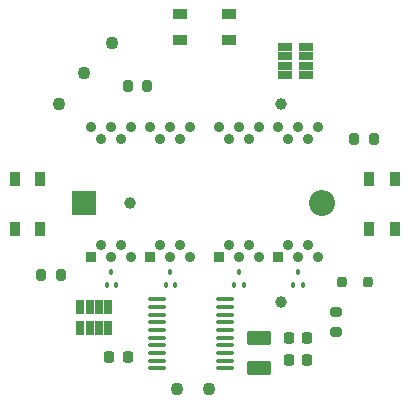
<source format=gbr>
%TF.GenerationSoftware,KiCad,Pcbnew,8.0.1*%
%TF.CreationDate,2024-12-08T15:20:27+09:00*%
%TF.ProjectId,watch,77617463-682e-46b6-9963-61645f706362,rev?*%
%TF.SameCoordinates,Original*%
%TF.FileFunction,Soldermask,Top*%
%TF.FilePolarity,Negative*%
%FSLAX46Y46*%
G04 Gerber Fmt 4.6, Leading zero omitted, Abs format (unit mm)*
G04 Created by KiCad (PCBNEW 8.0.1) date 2024-12-08 15:20:27*
%MOMM*%
%LPD*%
G01*
G04 APERTURE LIST*
G04 Aperture macros list*
%AMRoundRect*
0 Rectangle with rounded corners*
0 $1 Rounding radius*
0 $2 $3 $4 $5 $6 $7 $8 $9 X,Y pos of 4 corners*
0 Add a 4 corners polygon primitive as box body*
4,1,4,$2,$3,$4,$5,$6,$7,$8,$9,$2,$3,0*
0 Add four circle primitives for the rounded corners*
1,1,$1+$1,$2,$3*
1,1,$1+$1,$4,$5*
1,1,$1+$1,$6,$7*
1,1,$1+$1,$8,$9*
0 Add four rect primitives between the rounded corners*
20,1,$1+$1,$2,$3,$4,$5,0*
20,1,$1+$1,$4,$5,$6,$7,0*
20,1,$1+$1,$6,$7,$8,$9,0*
20,1,$1+$1,$8,$9,$2,$3,0*%
G04 Aperture macros list end*
%ADD10RoundRect,0.200000X-0.200000X-0.275000X0.200000X-0.275000X0.200000X0.275000X-0.200000X0.275000X0*%
%ADD11RoundRect,0.225000X-0.225000X-0.250000X0.225000X-0.250000X0.225000X0.250000X-0.225000X0.250000X0*%
%ADD12RoundRect,0.051380X-0.535620X-0.315620X0.535620X-0.315620X0.535620X0.315620X-0.535620X0.315620X0*%
%ADD13RoundRect,0.051380X0.535620X0.315620X-0.535620X0.315620X-0.535620X-0.315620X0.535620X-0.315620X0*%
%ADD14RoundRect,0.100000X0.100000X-0.125000X0.100000X0.125000X-0.100000X0.125000X-0.100000X-0.125000X0*%
%ADD15R,0.900000X0.900000*%
%ADD16C,0.900000*%
%ADD17RoundRect,0.102000X-0.525000X-0.325000X0.525000X-0.325000X0.525000X0.325000X-0.525000X0.325000X0*%
%ADD18RoundRect,0.200000X0.200000X0.250000X-0.200000X0.250000X-0.200000X-0.250000X0.200000X-0.250000X0*%
%ADD19RoundRect,0.102000X0.325000X-0.525000X0.325000X0.525000X-0.325000X0.525000X-0.325000X-0.525000X0*%
%ADD20RoundRect,0.200000X-0.275000X0.200000X-0.275000X-0.200000X0.275000X-0.200000X0.275000X0.200000X0*%
%ADD21RoundRect,0.100000X0.637500X0.100000X-0.637500X0.100000X-0.637500X-0.100000X0.637500X-0.100000X0*%
%ADD22RoundRect,0.102000X-0.900000X0.500000X-0.900000X-0.500000X0.900000X-0.500000X0.900000X0.500000X0*%
%ADD23RoundRect,0.051380X-0.315620X0.535620X-0.315620X-0.535620X0.315620X-0.535620X0.315620X0.535620X0*%
%ADD24RoundRect,0.051380X0.315620X-0.535620X0.315620X0.535620X-0.315620X0.535620X-0.315620X-0.535620X0*%
%ADD25C,1.000000*%
%ADD26R,2.000000X2.000000*%
%ADD27O,2.200000X2.200000*%
%ADD28C,1.100000*%
G04 APERTURE END LIST*
D10*
%TO.C,R3*%
X83475000Y-80000000D03*
X85125000Y-80000000D03*
%TD*%
D11*
%TO.C,C1*%
X97125000Y-101350000D03*
X98675000Y-101350000D03*
%TD*%
%TO.C,C3*%
X97125000Y-103250000D03*
X98675000Y-103250000D03*
%TD*%
D10*
%TO.C,R5*%
X76175000Y-96000000D03*
X77825000Y-96000000D03*
%TD*%
D12*
%TO.C,RN1*%
X96825000Y-76700001D03*
X96825001Y-77499999D03*
X96825000Y-78300000D03*
X96825000Y-79099999D03*
D13*
X98575000Y-79099999D03*
X98574999Y-78300001D03*
X98575000Y-77500000D03*
X98575000Y-76700001D03*
%TD*%
D14*
%TO.C,Q4*%
X97500000Y-96875000D03*
X98300000Y-96875000D03*
X97900000Y-95725000D03*
%TD*%
D11*
%TO.C,C2*%
X81925000Y-102950000D03*
X83475000Y-102950000D03*
%TD*%
D15*
%TO.C,U4*%
X91200000Y-94500000D03*
D16*
X92050000Y-93500000D03*
X92900000Y-94500000D03*
X93750000Y-93500000D03*
X94600000Y-94500000D03*
X94600000Y-83500000D03*
X93750000Y-84500000D03*
X92900000Y-83500000D03*
X92050000Y-84500000D03*
X91200000Y-83500000D03*
%TD*%
D17*
%TO.C,S4*%
X87925000Y-73925000D03*
X92075000Y-73925000D03*
X87925000Y-76075000D03*
X92075000Y-76075000D03*
%TD*%
D14*
%TO.C,Q2*%
X86700000Y-96875000D03*
X87500000Y-96875000D03*
X87100000Y-95725000D03*
%TD*%
%TO.C,Q1*%
X81700000Y-96875000D03*
X82500000Y-96875000D03*
X82100000Y-95725000D03*
%TD*%
D18*
%TO.C,D1*%
X103850000Y-96600000D03*
X101650000Y-96600000D03*
%TD*%
D19*
%TO.C,S2*%
X73925000Y-92075000D03*
X73925000Y-87925000D03*
X76075000Y-92075000D03*
X76075000Y-87925000D03*
%TD*%
D20*
%TO.C,R4*%
X101150000Y-99175000D03*
X101150000Y-100825000D03*
%TD*%
D21*
%TO.C,U1*%
X91725000Y-103925000D03*
X91725000Y-103275000D03*
X91725000Y-102625000D03*
X91725000Y-101975000D03*
X91725000Y-101325000D03*
X91725000Y-100675000D03*
X91725000Y-100025000D03*
X91725000Y-99375000D03*
X91725000Y-98725000D03*
X91725000Y-98075000D03*
X86000000Y-98075000D03*
X86000000Y-98725000D03*
X86000000Y-99375000D03*
X86000000Y-100025000D03*
X86000000Y-100675000D03*
X86000000Y-101325000D03*
X86000000Y-101975000D03*
X86000000Y-102625000D03*
X86000000Y-103275000D03*
X86000000Y-103925000D03*
%TD*%
D19*
%TO.C,S1*%
X103925000Y-92075000D03*
X103925000Y-87925000D03*
X106075000Y-92075000D03*
X106075000Y-87925000D03*
%TD*%
D15*
%TO.C,U5*%
X96200000Y-94500000D03*
D16*
X97050000Y-93500000D03*
X97900000Y-94500000D03*
X98750000Y-93500000D03*
X99600000Y-94500000D03*
X99600000Y-83500000D03*
X98750000Y-84500000D03*
X97900000Y-83500000D03*
X97050000Y-84500000D03*
X96200000Y-83500000D03*
%TD*%
D14*
%TO.C,Q3*%
X92500000Y-96875000D03*
X93300000Y-96875000D03*
X92900000Y-95725000D03*
%TD*%
D15*
%TO.C,U2*%
X80400000Y-94500000D03*
D16*
X81250000Y-93500000D03*
X82100000Y-94500000D03*
X82950000Y-93500000D03*
X83800000Y-94500000D03*
X83800000Y-83500000D03*
X82950000Y-84500000D03*
X82100000Y-83500000D03*
X81250000Y-84500000D03*
X80400000Y-83500000D03*
%TD*%
D15*
%TO.C,U3*%
X85400000Y-94500000D03*
D16*
X86250000Y-93500000D03*
X87100000Y-94500000D03*
X87950000Y-93500000D03*
X88800000Y-94500000D03*
X88800000Y-83500000D03*
X87950000Y-84500000D03*
X87100000Y-83500000D03*
X86250000Y-84500000D03*
X85400000Y-83500000D03*
%TD*%
D22*
%TO.C,Y1*%
X94600000Y-101350000D03*
X94600000Y-103850000D03*
%TD*%
D23*
%TO.C,RN2*%
X81850001Y-98725000D03*
X81050000Y-98725001D03*
X80250000Y-98725000D03*
X79450000Y-98725001D03*
D24*
X79449999Y-100475000D03*
X80250000Y-100474999D03*
X81050000Y-100475000D03*
X81850000Y-100474999D03*
%TD*%
D10*
%TO.C,R1*%
X102675000Y-84500000D03*
X104325000Y-84500000D03*
%TD*%
D25*
%TO.C,BT2*%
X83700000Y-89900000D03*
X96500000Y-81500000D03*
X96500000Y-98300000D03*
D26*
X79800000Y-89900000D03*
D27*
X99900000Y-89900000D03*
%TD*%
D28*
%TO.C,TP5*%
X82150000Y-76400000D03*
%TD*%
%TO.C,TP4*%
X90400000Y-105650000D03*
%TD*%
%TO.C,TP1*%
X77650000Y-81550000D03*
%TD*%
%TO.C,TP2*%
X87650000Y-105650000D03*
%TD*%
%TO.C,TP3*%
X79750000Y-78950000D03*
%TD*%
M02*

</source>
